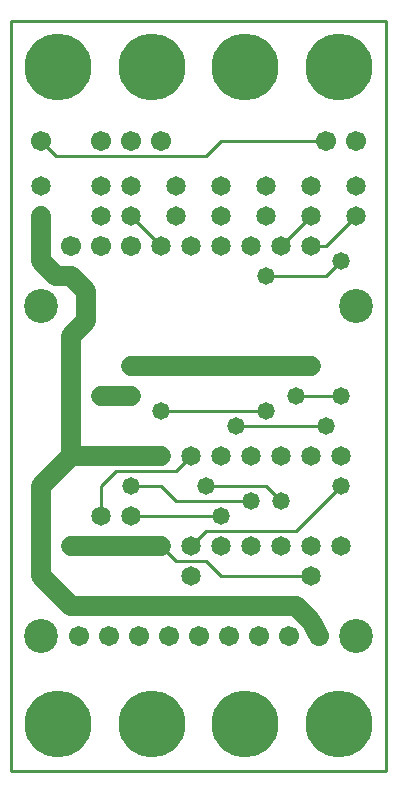
<source format=gbl>
%MOIN*%
%FSLAX25Y25*%
G04 D10 used for Character Trace; *
G04     Circle (OD=.01000) (No hole)*
G04 D11 used for Power Trace; *
G04     Circle (OD=.06700) (No hole)*
G04 D12 used for Signal Trace; *
G04     Circle (OD=.01100) (No hole)*
G04 D13 used for Via; *
G04     Circle (OD=.05800) (Round. Hole ID=.02800)*
G04 D14 used for Component hole; *
G04     Circle (OD=.06500) (Round. Hole ID=.03500)*
G04 D15 used for Component hole; *
G04     Circle (OD=.06700) (Round. Hole ID=.04300)*
G04 D16 used for Component hole; *
G04     Circle (OD=.08100) (Round. Hole ID=.05100)*
G04 D17 used for Component hole; *
G04     Circle (OD=.08900) (Round. Hole ID=.05900)*
G04 D18 used for Component hole; *
G04     Circle (OD=.11300) (Round. Hole ID=.08300)*
G04 D19 used for Component hole; *
G04     Circle (OD=.16000) (Round. Hole ID=.13000)*
G04 D20 used for Component hole; *
G04     Circle (OD=.18300) (Round. Hole ID=.15300)*
G04 D21 used for Component hole; *
G04     Circle (OD=.22291) (Round. Hole ID=.19291)*
%ADD10C,.01000*%
%ADD11C,.06700*%
%ADD12C,.01100*%
%ADD13C,.05800*%
%ADD14C,.06500*%
%ADD15C,.06700*%
%ADD16C,.08100*%
%ADD17C,.08900*%
%ADD18C,.11300*%
%ADD19C,.16000*%
%ADD20C,.18300*%
%ADD21C,.22291*%
%IPPOS*%
%LPD*%
G90*X0Y0D02*D21*X15625Y15625D03*D15*              
X42500Y45000D03*X32500D03*X22500D03*D18*X10000D03*
D21*X46875Y15625D03*D15*X52500Y45000D03*D11*      
X20000Y55000D02*X95000D01*X100000Y50000D01*       
X102500Y45000D01*D15*D03*X92500D03*D18*X115000D03*
D14*X100000Y65000D03*D12*X70000D01*               
X65000Y70000D01*X55000D01*X50000Y75000D01*D14*D03*
D11*X20000D01*D13*D03*D14*X30000Y85000D03*D12*    
Y95000D01*X35000Y100000D01*X55000D01*             
X60000Y105000D01*D14*D03*D12*X55000Y90000D02*     
X50000Y95000D01*X55000Y90000D02*X80000D01*D13*D03*
D12*X90000D02*X85000Y95000D01*D13*X90000Y90000D03*
D12*X65000Y95000D02*X85000D01*D13*X65000D03*D14*  
X70000Y105000D03*D13*Y85000D03*D12*X40000D01*D14* 
D03*D12*Y95000D02*X50000D01*D13*X40000D03*D14*    
X50000Y105000D03*D11*X20000D01*X10000Y95000D01*   
Y65000D01*X20000Y55000D01*D15*X62500Y45000D03*D14*
X60000Y65000D03*Y75000D03*D12*X65000Y80000D01*    
X95000D01*X110000Y95000D01*D13*D03*D14*           
X100000Y105000D03*X110000D03*X90000Y75000D03*     
Y105000D03*X100000Y75000D03*X110000D03*D13*       
X105000Y115000D03*D12*X75000D01*D13*D03*          
X85000Y120000D03*D12*X50000D01*D13*D03*D14*       
X40000Y125000D03*D11*X30000D01*D14*D03*D13*       
X40000Y135000D03*D11*X50000D01*D14*D03*D11*       
X60000D01*D14*D03*D11*X70000D01*D14*D03*D11*      
X80000D01*D14*D03*D11*X90000D01*D14*D03*D11*      
X100000D01*D14*D03*D13*X110000Y125000D03*D12*     
X95000D01*D13*D03*D14*X80000Y105000D03*D18*       
X115000Y155000D03*D12*X85000Y165000D02*X105000D01*
D13*X85000D03*D14*X90000Y175000D03*D12*           
X100000Y185000D01*D14*D03*Y195000D03*Y175000D03*  
D12*X105000D01*X115000Y185000D01*D14*D03*         
Y195000D03*D13*X110000Y170000D03*D12*             
X105000Y165000D01*D14*X85000Y185000D03*           
X80000Y175000D03*X85000Y195000D03*X70000D03*      
Y185000D03*Y175000D03*D12*X15000Y205000D02*       
X65000D01*X15000D02*X10000Y210000D01*D15*D03*D14* 
Y195000D03*X30000D03*D15*Y210000D03*D21*          
X15625Y234375D03*D14*X10000Y185000D03*D11*        
Y170000D01*X15000Y165000D01*X20000D01*            
X25000Y160000D01*Y150000D01*X20000Y145000D01*     
Y105000D01*D14*X70000Y75000D03*D18*               
X10000Y155000D03*D15*X82500Y45000D03*D14*         
X80000Y75000D03*D15*X72500Y45000D03*D14*          
X60000Y175000D03*X50000D03*D12*X40000Y185000D01*  
D14*D03*D15*X30000Y175000D03*D14*X40000Y195000D03*
X30000Y185000D03*D15*X40000Y175000D03*D14*        
X55000Y185000D03*Y195000D03*D15*X20000Y175000D03* 
X50000Y210000D03*X40000D03*D12*X65000Y205000D02*  
X70000Y210000D01*X105000D01*D15*D03*X115000D03*   
D21*X78125Y234375D03*X109375D03*D12*X125000Y0D02* 
Y250000D01*X0Y0D02*X125000D01*X0D02*Y250000D01*   
X125000D01*D21*X46875Y234375D03*X78125Y15625D03*  
X109375D03*M02*                                   

</source>
